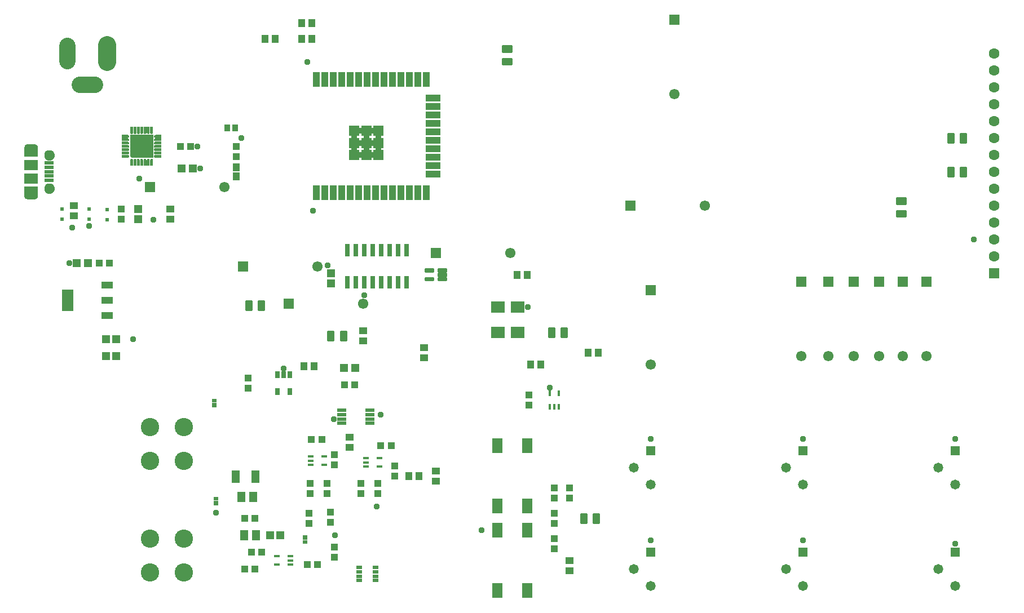
<source format=gbr>
G04 EAGLE Gerber RS-274X export*
G75*
%MOMM*%
%FSLAX34Y34*%
%LPD*%
%INSoldermask Top*%
%IPPOS*%
%AMOC8*
5,1,8,0,0,1.08239X$1,22.5*%
G01*
G04 Define Apertures*
%ADD10R,1.253200X1.583200*%
%ADD11R,1.173200X1.163200*%
%ADD12R,1.303200X1.203200*%
%ADD13R,1.133200X1.093200*%
%ADD14R,1.163200X1.173200*%
%ADD15R,1.093200X1.133200*%
%ADD16R,1.203200X1.223200*%
%ADD17R,0.711200X0.609600*%
%ADD18R,0.711200X0.762000*%
%ADD19R,0.502400X0.604800*%
%ADD20C,2.703200*%
%ADD21C,2.453200*%
%ADD22R,1.601200X1.601200*%
%ADD23C,1.601200*%
%ADD24R,1.173200X1.933200*%
%ADD25R,1.133200X1.073200*%
%ADD26R,1.073200X1.133200*%
%ADD27R,1.133200X1.173200*%
%ADD28R,0.914400X1.041400*%
%ADD29R,1.103200X1.173200*%
%ADD30R,1.471200X1.471200*%
%ADD31C,1.471200*%
%ADD32R,1.603200X2.303200*%
%ADD33R,0.876300X0.457200*%
%ADD34C,0.301600*%
%ADD35R,2.153200X1.753200*%
%ADD36R,1.103200X2.203200*%
%ADD37R,2.203200X1.103200*%
%ADD38R,1.533200X1.533200*%
%ADD39C,0.911200*%
%ADD40R,0.457200X0.876300*%
%ADD41R,0.876300X0.558800*%
%ADD42R,1.409600X0.603200*%
%ADD43R,0.652400X1.005600*%
%ADD44R,1.659600X1.003200*%
%ADD45R,1.659600X3.303200*%
%ADD46R,0.711200X1.879600*%
%ADD47R,1.477000X0.527000*%
%ADD48C,0.788500*%
%ADD49R,2.027000X1.627000*%
%ADD50C,2.753200*%
%ADD51C,0.438047*%
%ADD52R,1.549400X1.549400*%
%ADD53C,1.549400*%
%ADD54R,1.173200X1.103200*%
%ADD55C,0.959600*%
G36*
X213740Y779400D02*
X248540Y779400D01*
X248540Y744600D01*
X216589Y744600D01*
X213740Y747449D01*
X213740Y779400D01*
G37*
G36*
X55224Y686791D02*
X55115Y687898D01*
X55115Y701585D01*
X75485Y701585D01*
X75485Y687898D01*
X75376Y686791D01*
X75052Y685724D01*
X74527Y684741D01*
X73820Y683880D01*
X72959Y683173D01*
X71976Y682648D01*
X70909Y682324D01*
X69802Y682215D01*
X60798Y682215D01*
X59691Y682324D01*
X58624Y682648D01*
X57641Y683173D01*
X56780Y683880D01*
X56073Y684741D01*
X55548Y685724D01*
X55224Y686791D01*
G37*
G36*
X75485Y746215D02*
X55115Y746215D01*
X55115Y759902D01*
X55224Y761009D01*
X55548Y762076D01*
X56073Y763059D01*
X56780Y763920D01*
X57641Y764627D01*
X58624Y765152D01*
X59691Y765476D01*
X60798Y765585D01*
X69802Y765585D01*
X70909Y765476D01*
X71976Y765152D01*
X72959Y764627D01*
X73820Y763920D01*
X74527Y763059D01*
X75052Y762076D01*
X75376Y761009D01*
X75485Y759902D01*
X75485Y746215D01*
G37*
G36*
X212467Y747557D02*
X212540Y747000D01*
X212467Y746443D01*
X212252Y745925D01*
X211911Y745479D01*
X211465Y745138D01*
X210947Y744923D01*
X210393Y744850D01*
X201740Y744850D01*
X201740Y749150D01*
X210393Y749150D01*
X210947Y749077D01*
X211465Y748862D01*
X211911Y748521D01*
X212252Y748075D01*
X212467Y747557D01*
G37*
G36*
X212467Y752557D02*
X212540Y752000D01*
X212467Y751443D01*
X212252Y750925D01*
X211911Y750479D01*
X211465Y750138D01*
X210947Y749923D01*
X210393Y749850D01*
X201740Y749850D01*
X201740Y754150D01*
X210393Y754150D01*
X210947Y754077D01*
X211465Y753862D01*
X211911Y753521D01*
X212252Y753075D01*
X212467Y752557D01*
G37*
G36*
X212467Y757557D02*
X212540Y757000D01*
X212467Y756443D01*
X212252Y755925D01*
X211911Y755479D01*
X211465Y755138D01*
X210947Y754923D01*
X210393Y754850D01*
X201740Y754850D01*
X201740Y759150D01*
X210393Y759150D01*
X210947Y759077D01*
X211465Y758862D01*
X211911Y758521D01*
X212252Y758075D01*
X212467Y757557D01*
G37*
G36*
X212467Y762557D02*
X212540Y762000D01*
X212467Y761443D01*
X212252Y760925D01*
X211911Y760479D01*
X211465Y760138D01*
X210947Y759923D01*
X210393Y759850D01*
X201740Y759850D01*
X201740Y764150D01*
X210393Y764150D01*
X210947Y764077D01*
X211465Y763862D01*
X211911Y763521D01*
X212252Y763075D01*
X212467Y762557D01*
G37*
G36*
X212467Y767557D02*
X212540Y767000D01*
X212467Y766443D01*
X212252Y765925D01*
X211911Y765479D01*
X211465Y765138D01*
X210947Y764923D01*
X210393Y764850D01*
X201740Y764850D01*
X201740Y769150D01*
X210393Y769150D01*
X210947Y769077D01*
X211465Y768862D01*
X211911Y768521D01*
X212252Y768075D01*
X212467Y767557D01*
G37*
G36*
X212467Y772557D02*
X212540Y772000D01*
X212467Y771443D01*
X212252Y770925D01*
X211911Y770479D01*
X211465Y770138D01*
X210947Y769923D01*
X210393Y769850D01*
X201740Y769850D01*
X201740Y774150D01*
X210393Y774150D01*
X210947Y774077D01*
X211465Y773862D01*
X211911Y773521D01*
X212252Y773075D01*
X212467Y772557D01*
G37*
G36*
X212467Y777557D02*
X212540Y777000D01*
X212467Y776443D01*
X212252Y775925D01*
X211911Y775479D01*
X211465Y775138D01*
X210947Y774923D01*
X210393Y774850D01*
X201740Y774850D01*
X201740Y779150D01*
X210393Y779150D01*
X210947Y779077D01*
X211465Y778862D01*
X211911Y778521D01*
X212252Y778075D01*
X212467Y777557D01*
G37*
G36*
X218217Y741807D02*
X218290Y741253D01*
X218290Y732600D01*
X213990Y732600D01*
X213990Y741253D01*
X214063Y741807D01*
X214278Y742325D01*
X214619Y742771D01*
X215065Y743112D01*
X215583Y743327D01*
X216140Y743400D01*
X216697Y743327D01*
X217215Y743112D01*
X217661Y742771D01*
X218002Y742325D01*
X218217Y741807D01*
G37*
G36*
X213990Y791400D02*
X218290Y791400D01*
X218290Y782747D01*
X218217Y782193D01*
X218002Y781675D01*
X217661Y781229D01*
X217215Y780888D01*
X216697Y780673D01*
X216140Y780600D01*
X215583Y780673D01*
X215065Y780888D01*
X214619Y781229D01*
X214278Y781675D01*
X214063Y782193D01*
X213990Y782747D01*
X213990Y791400D01*
G37*
G36*
X223217Y741807D02*
X223290Y741253D01*
X223290Y732600D01*
X218990Y732600D01*
X218990Y741253D01*
X219063Y741807D01*
X219278Y742325D01*
X219619Y742771D01*
X220065Y743112D01*
X220583Y743327D01*
X221140Y743400D01*
X221697Y743327D01*
X222215Y743112D01*
X222661Y742771D01*
X223002Y742325D01*
X223217Y741807D01*
G37*
G36*
X218990Y791400D02*
X223290Y791400D01*
X223290Y782747D01*
X223217Y782193D01*
X223002Y781675D01*
X222661Y781229D01*
X222215Y780888D01*
X221697Y780673D01*
X221140Y780600D01*
X220583Y780673D01*
X220065Y780888D01*
X219619Y781229D01*
X219278Y781675D01*
X219063Y782193D01*
X218990Y782747D01*
X218990Y791400D01*
G37*
G36*
X228217Y741807D02*
X228290Y741253D01*
X228290Y732600D01*
X223990Y732600D01*
X223990Y741253D01*
X224063Y741807D01*
X224278Y742325D01*
X224619Y742771D01*
X225065Y743112D01*
X225583Y743327D01*
X226140Y743400D01*
X226697Y743327D01*
X227215Y743112D01*
X227661Y742771D01*
X228002Y742325D01*
X228217Y741807D01*
G37*
G36*
X223990Y791400D02*
X228290Y791400D01*
X228290Y782747D01*
X228217Y782193D01*
X228002Y781675D01*
X227661Y781229D01*
X227215Y780888D01*
X226697Y780673D01*
X226140Y780600D01*
X225583Y780673D01*
X225065Y780888D01*
X224619Y781229D01*
X224278Y781675D01*
X224063Y782193D01*
X223990Y782747D01*
X223990Y791400D01*
G37*
G36*
X233217Y741807D02*
X233290Y741253D01*
X233290Y732600D01*
X228990Y732600D01*
X228990Y741253D01*
X229063Y741807D01*
X229278Y742325D01*
X229619Y742771D01*
X230065Y743112D01*
X230583Y743327D01*
X231140Y743400D01*
X231697Y743327D01*
X232215Y743112D01*
X232661Y742771D01*
X233002Y742325D01*
X233217Y741807D01*
G37*
G36*
X228990Y791400D02*
X233290Y791400D01*
X233290Y782747D01*
X233217Y782193D01*
X233002Y781675D01*
X232661Y781229D01*
X232215Y780888D01*
X231697Y780673D01*
X231140Y780600D01*
X230583Y780673D01*
X230065Y780888D01*
X229619Y781229D01*
X229278Y781675D01*
X229063Y782193D01*
X228990Y782747D01*
X228990Y791400D01*
G37*
G36*
X238217Y741807D02*
X238290Y741253D01*
X238290Y732600D01*
X233990Y732600D01*
X233990Y741253D01*
X234063Y741807D01*
X234278Y742325D01*
X234619Y742771D01*
X235065Y743112D01*
X235583Y743327D01*
X236140Y743400D01*
X236697Y743327D01*
X237215Y743112D01*
X237661Y742771D01*
X238002Y742325D01*
X238217Y741807D01*
G37*
G36*
X233990Y791400D02*
X238290Y791400D01*
X238290Y782747D01*
X238217Y782193D01*
X238002Y781675D01*
X237661Y781229D01*
X237215Y780888D01*
X236697Y780673D01*
X236140Y780600D01*
X235583Y780673D01*
X235065Y780888D01*
X234619Y781229D01*
X234278Y781675D01*
X234063Y782193D01*
X233990Y782747D01*
X233990Y791400D01*
G37*
G36*
X243217Y741807D02*
X243290Y741253D01*
X243290Y732600D01*
X238990Y732600D01*
X238990Y741253D01*
X239063Y741807D01*
X239278Y742325D01*
X239619Y742771D01*
X240065Y743112D01*
X240583Y743327D01*
X241140Y743400D01*
X241697Y743327D01*
X242215Y743112D01*
X242661Y742771D01*
X243002Y742325D01*
X243217Y741807D01*
G37*
G36*
X238990Y791400D02*
X243290Y791400D01*
X243290Y782747D01*
X243217Y782193D01*
X243002Y781675D01*
X242661Y781229D01*
X242215Y780888D01*
X241697Y780673D01*
X241140Y780600D01*
X240583Y780673D01*
X240065Y780888D01*
X239619Y781229D01*
X239278Y781675D01*
X239063Y782193D01*
X238990Y782747D01*
X238990Y791400D01*
G37*
G36*
X248217Y741807D02*
X248290Y741253D01*
X248290Y732600D01*
X243990Y732600D01*
X243990Y741253D01*
X244063Y741807D01*
X244278Y742325D01*
X244619Y742771D01*
X245065Y743112D01*
X245583Y743327D01*
X246140Y743400D01*
X246697Y743327D01*
X247215Y743112D01*
X247661Y742771D01*
X248002Y742325D01*
X248217Y741807D01*
G37*
G36*
X243990Y791400D02*
X248290Y791400D01*
X248290Y782747D01*
X248217Y782193D01*
X248002Y781675D01*
X247661Y781229D01*
X247215Y780888D01*
X246697Y780673D01*
X246140Y780600D01*
X245583Y780673D01*
X245065Y780888D01*
X244619Y781229D01*
X244278Y781675D01*
X244063Y782193D01*
X243990Y782747D01*
X243990Y791400D01*
G37*
G36*
X251887Y749150D02*
X260540Y749150D01*
X260540Y744850D01*
X251887Y744850D01*
X251333Y744923D01*
X250815Y745138D01*
X250369Y745479D01*
X250028Y745925D01*
X249813Y746443D01*
X249740Y747000D01*
X249813Y747557D01*
X250028Y748075D01*
X250369Y748521D01*
X250815Y748862D01*
X251333Y749077D01*
X251887Y749150D01*
G37*
G36*
X251887Y754150D02*
X260540Y754150D01*
X260540Y749850D01*
X251887Y749850D01*
X251333Y749923D01*
X250815Y750138D01*
X250369Y750479D01*
X250028Y750925D01*
X249813Y751443D01*
X249740Y752000D01*
X249813Y752557D01*
X250028Y753075D01*
X250369Y753521D01*
X250815Y753862D01*
X251333Y754077D01*
X251887Y754150D01*
G37*
G36*
X251887Y759150D02*
X260540Y759150D01*
X260540Y754850D01*
X251887Y754850D01*
X251333Y754923D01*
X250815Y755138D01*
X250369Y755479D01*
X250028Y755925D01*
X249813Y756443D01*
X249740Y757000D01*
X249813Y757557D01*
X250028Y758075D01*
X250369Y758521D01*
X250815Y758862D01*
X251333Y759077D01*
X251887Y759150D01*
G37*
G36*
X251887Y764150D02*
X260540Y764150D01*
X260540Y759850D01*
X251887Y759850D01*
X251333Y759923D01*
X250815Y760138D01*
X250369Y760479D01*
X250028Y760925D01*
X249813Y761443D01*
X249740Y762000D01*
X249813Y762557D01*
X250028Y763075D01*
X250369Y763521D01*
X250815Y763862D01*
X251333Y764077D01*
X251887Y764150D01*
G37*
G36*
X251887Y769150D02*
X260540Y769150D01*
X260540Y764850D01*
X251887Y764850D01*
X251333Y764923D01*
X250815Y765138D01*
X250369Y765479D01*
X250028Y765925D01*
X249813Y766443D01*
X249740Y767000D01*
X249813Y767557D01*
X250028Y768075D01*
X250369Y768521D01*
X250815Y768862D01*
X251333Y769077D01*
X251887Y769150D01*
G37*
G36*
X251887Y774150D02*
X260540Y774150D01*
X260540Y769850D01*
X251887Y769850D01*
X251333Y769923D01*
X250815Y770138D01*
X250369Y770479D01*
X250028Y770925D01*
X249813Y771443D01*
X249740Y772000D01*
X249813Y772557D01*
X250028Y773075D01*
X250369Y773521D01*
X250815Y773862D01*
X251333Y774077D01*
X251887Y774150D01*
G37*
G36*
X251887Y779150D02*
X260540Y779150D01*
X260540Y774850D01*
X251887Y774850D01*
X251333Y774923D01*
X250815Y775138D01*
X250369Y775479D01*
X250028Y775925D01*
X249813Y776443D01*
X249740Y777000D01*
X249813Y777557D01*
X250028Y778075D01*
X250369Y778521D01*
X250815Y778862D01*
X251333Y779077D01*
X251887Y779150D01*
G37*
D10*
X381010Y234950D03*
X398770Y234950D03*
D11*
X515620Y571430D03*
X515620Y556330D03*
D12*
X535060Y429260D03*
X552060Y429260D03*
D11*
X226060Y652850D03*
X226060Y667950D03*
D13*
X200660Y652700D03*
X200660Y668100D03*
X514350Y196770D03*
X514350Y212170D03*
X850900Y233600D03*
X850900Y249000D03*
X850900Y210900D03*
X850900Y195500D03*
D10*
X384820Y177800D03*
X402580Y177800D03*
D14*
X424250Y177800D03*
X439350Y177800D03*
D15*
X479980Y133350D03*
X495380Y133350D03*
D13*
X520700Y160100D03*
X520700Y144700D03*
X812800Y388700D03*
X812800Y373300D03*
D12*
X291220Y728980D03*
X308220Y728980D03*
D16*
X193010Y447040D03*
X177830Y447040D03*
X193010Y472440D03*
X177830Y472440D03*
D17*
X340360Y379603D03*
D18*
X340360Y372999D03*
D17*
X342900Y232283D03*
D18*
X342900Y225679D03*
D17*
X476250Y167767D03*
D18*
X476250Y174371D03*
D12*
X133740Y586740D03*
X150740Y586740D03*
D19*
X111760Y652892D03*
X111760Y667908D03*
X152400Y652892D03*
X152400Y667908D03*
X179070Y651622D03*
X179070Y666638D03*
D20*
X179300Y889200D02*
X179300Y914200D01*
D21*
X119300Y912950D02*
X119300Y890450D01*
X138050Y854700D02*
X160550Y854700D01*
D22*
X1511300Y571500D03*
D23*
X1511300Y596900D03*
X1511300Y622300D03*
X1511300Y647700D03*
X1511300Y673100D03*
X1511300Y698500D03*
X1511300Y723900D03*
X1511300Y749300D03*
X1511300Y774700D03*
X1511300Y800100D03*
X1511300Y825500D03*
X1511300Y850900D03*
X1511300Y876300D03*
X1511300Y901700D03*
D24*
X372550Y265430D03*
X402150Y265430D03*
D25*
X509270Y239850D03*
X509270Y255450D03*
X483870Y239850D03*
X483870Y255450D03*
X520700Y298630D03*
X520700Y283030D03*
D26*
X501830Y321310D03*
X486230Y321310D03*
D25*
X391160Y414200D03*
X391160Y398600D03*
D26*
X535760Y403860D03*
X551360Y403860D03*
X167460Y586740D03*
X183060Y586740D03*
D27*
X373380Y730700D03*
X373380Y717100D03*
D25*
X373380Y761930D03*
X373380Y746830D03*
D28*
X359791Y789940D03*
X371729Y789940D03*
D26*
X385900Y203200D03*
X401500Y203200D03*
X289380Y762000D03*
X304980Y762000D03*
D29*
X471190Y923290D03*
X486390Y923290D03*
X471190Y947420D03*
X486390Y947420D03*
D25*
X482600Y211000D03*
X482600Y195400D03*
D30*
X1224130Y152400D03*
D31*
X1198730Y127000D03*
X1224130Y101600D03*
D30*
X1224130Y304800D03*
D31*
X1198730Y279400D03*
X1224130Y254000D03*
D30*
X1452730Y152400D03*
D31*
X1427330Y127000D03*
X1452730Y101600D03*
D30*
X995530Y152400D03*
D31*
X970130Y127000D03*
X995530Y101600D03*
D30*
X1452730Y304800D03*
D31*
X1427330Y279400D03*
X1452730Y254000D03*
D25*
X873760Y249100D03*
X873760Y233500D03*
D30*
X995530Y304800D03*
D31*
X970130Y279400D03*
X995530Y254000D03*
D25*
X850900Y172900D03*
X850900Y157300D03*
D26*
X401500Y127000D03*
X385900Y127000D03*
X396060Y152400D03*
X411660Y152400D03*
D25*
X560070Y239850D03*
X560070Y255450D03*
X585470Y239850D03*
X585470Y255450D03*
X610870Y266520D03*
X610870Y282120D03*
D26*
X605970Y312420D03*
X590370Y312420D03*
D32*
X809900Y221200D03*
X764900Y221200D03*
X764900Y312200D03*
X809900Y312200D03*
X764900Y185200D03*
X809900Y185200D03*
X809900Y94200D03*
X764900Y94200D03*
D33*
X454596Y133200D03*
X454596Y139700D03*
X454596Y146200D03*
X434404Y146200D03*
X434404Y133200D03*
D34*
X677242Y563968D02*
X688158Y563968D01*
X688158Y560952D01*
X677242Y560952D01*
X677242Y563968D01*
X677242Y563817D02*
X688158Y563817D01*
X688158Y570468D02*
X677242Y570468D01*
X688158Y570468D02*
X688158Y567452D01*
X677242Y567452D01*
X677242Y570468D01*
X677242Y570317D02*
X688158Y570317D01*
X688158Y576968D02*
X677242Y576968D01*
X688158Y576968D02*
X688158Y573952D01*
X677242Y573952D01*
X677242Y576968D01*
X677242Y576817D02*
X688158Y576817D01*
X668958Y576968D02*
X658042Y576968D01*
X668958Y576968D02*
X668958Y573952D01*
X658042Y573952D01*
X658042Y576968D01*
X658042Y576817D02*
X668958Y576817D01*
X668958Y563968D02*
X658042Y563968D01*
X668958Y563968D02*
X668958Y560952D01*
X658042Y560952D01*
X658042Y563968D01*
X658042Y563817D02*
X668958Y563817D01*
D35*
X766400Y482600D03*
X795700Y520700D03*
X766400Y520700D03*
X795700Y482600D03*
D36*
X493500Y692240D03*
X506200Y692240D03*
X518900Y692240D03*
X531600Y692240D03*
X544300Y692240D03*
X557000Y692240D03*
X569700Y692240D03*
X582400Y692240D03*
X595100Y692240D03*
X607800Y692240D03*
X620500Y692240D03*
X633200Y692240D03*
X645900Y692240D03*
X658600Y692240D03*
D37*
X668600Y720090D03*
X668600Y732790D03*
X668600Y745490D03*
X668600Y758190D03*
X668600Y770890D03*
X668600Y783590D03*
X668600Y796290D03*
X668600Y808990D03*
X668600Y821690D03*
X668600Y834390D03*
D36*
X658600Y862240D03*
X645900Y862240D03*
X633200Y862240D03*
X620500Y862240D03*
X607800Y862240D03*
X595100Y862240D03*
X582400Y862240D03*
X569700Y862240D03*
X557000Y862240D03*
X544300Y862240D03*
X531600Y862240D03*
X518900Y862240D03*
X506200Y862240D03*
X493500Y862240D03*
D38*
X550150Y748890D03*
X550150Y767240D03*
X550150Y785590D03*
X568500Y748890D03*
X568500Y767240D03*
X568500Y785590D03*
X586850Y748890D03*
X586850Y767240D03*
X586850Y785590D03*
D39*
X550150Y758065D03*
X550150Y776415D03*
X559325Y748890D03*
X559325Y767240D03*
X559325Y785590D03*
X568500Y758065D03*
X568500Y776415D03*
X577675Y748890D03*
X577675Y767240D03*
X577675Y785590D03*
X586850Y758065D03*
X586850Y776415D03*
D40*
X844400Y370904D03*
X850900Y370904D03*
X857400Y370904D03*
X857400Y391096D03*
X844400Y391096D03*
D41*
X558102Y129130D03*
X558102Y122630D03*
X558102Y116130D03*
X558102Y109630D03*
X582358Y109630D03*
X582358Y116130D03*
X582358Y122630D03*
X582358Y129130D03*
D33*
X567754Y293520D03*
X567754Y287020D03*
X567754Y280520D03*
X587946Y280520D03*
X587946Y293520D03*
X485204Y296060D03*
X485204Y289560D03*
X485204Y283060D03*
X505396Y283060D03*
X505396Y296060D03*
D42*
X531208Y365350D03*
X531208Y358850D03*
X531208Y352350D03*
X531208Y345850D03*
X573692Y345850D03*
X573692Y352350D03*
X573692Y358850D03*
X573692Y365350D03*
D43*
X454000Y418912D03*
X444500Y418912D03*
X435000Y418912D03*
X435000Y393888D03*
X454000Y393888D03*
D44*
X179602Y507860D03*
X179602Y530860D03*
X179602Y553860D03*
D45*
X120118Y530860D03*
D46*
X539750Y557530D03*
X552450Y557530D03*
X565150Y557530D03*
X577850Y557530D03*
X590550Y557530D03*
X603250Y557530D03*
X615950Y557530D03*
X628650Y557530D03*
X628650Y605790D03*
X615950Y605790D03*
X603250Y605790D03*
X590550Y605790D03*
X577850Y605790D03*
X565150Y605790D03*
X552450Y605790D03*
X539750Y605790D03*
D47*
X92050Y736900D03*
X92050Y730400D03*
X92050Y723900D03*
X92050Y717400D03*
X92050Y710900D03*
D48*
X88357Y748900D02*
X88359Y749025D01*
X88365Y749150D01*
X88375Y749275D01*
X88389Y749399D01*
X88407Y749523D01*
X88428Y749646D01*
X88454Y749769D01*
X88483Y749890D01*
X88517Y750011D01*
X88554Y750130D01*
X88595Y750249D01*
X88639Y750365D01*
X88688Y750481D01*
X88740Y750595D01*
X88795Y750707D01*
X88854Y750817D01*
X88917Y750925D01*
X88983Y751032D01*
X89052Y751136D01*
X89125Y751238D01*
X89201Y751337D01*
X89279Y751435D01*
X89361Y751529D01*
X89446Y751621D01*
X89534Y751710D01*
X89625Y751796D01*
X89718Y751880D01*
X89814Y751960D01*
X89912Y752038D01*
X90013Y752112D01*
X90116Y752183D01*
X90221Y752250D01*
X90329Y752315D01*
X90438Y752376D01*
X90549Y752433D01*
X90662Y752487D01*
X90777Y752537D01*
X90893Y752583D01*
X91010Y752626D01*
X91129Y752665D01*
X91249Y752700D01*
X91370Y752732D01*
X91492Y752759D01*
X91615Y752783D01*
X91739Y752803D01*
X91863Y752819D01*
X91988Y752831D01*
X92112Y752839D01*
X92237Y752843D01*
X92363Y752843D01*
X92488Y752839D01*
X92612Y752831D01*
X92737Y752819D01*
X92861Y752803D01*
X92985Y752783D01*
X93108Y752759D01*
X93230Y752732D01*
X93351Y752700D01*
X93471Y752665D01*
X93590Y752626D01*
X93707Y752583D01*
X93823Y752537D01*
X93938Y752487D01*
X94051Y752433D01*
X94162Y752376D01*
X94272Y752315D01*
X94379Y752250D01*
X94484Y752183D01*
X94587Y752112D01*
X94688Y752038D01*
X94786Y751960D01*
X94882Y751880D01*
X94975Y751796D01*
X95066Y751710D01*
X95154Y751621D01*
X95239Y751529D01*
X95321Y751435D01*
X95399Y751337D01*
X95475Y751238D01*
X95548Y751136D01*
X95617Y751032D01*
X95683Y750925D01*
X95746Y750817D01*
X95805Y750707D01*
X95860Y750595D01*
X95912Y750481D01*
X95961Y750365D01*
X96005Y750249D01*
X96046Y750130D01*
X96083Y750011D01*
X96117Y749890D01*
X96146Y749769D01*
X96172Y749646D01*
X96193Y749523D01*
X96211Y749399D01*
X96225Y749275D01*
X96235Y749150D01*
X96241Y749025D01*
X96243Y748900D01*
X96241Y748775D01*
X96235Y748650D01*
X96225Y748525D01*
X96211Y748401D01*
X96193Y748277D01*
X96172Y748154D01*
X96146Y748031D01*
X96117Y747910D01*
X96083Y747789D01*
X96046Y747670D01*
X96005Y747551D01*
X95961Y747435D01*
X95912Y747319D01*
X95860Y747205D01*
X95805Y747093D01*
X95746Y746983D01*
X95683Y746875D01*
X95617Y746768D01*
X95548Y746664D01*
X95475Y746562D01*
X95399Y746463D01*
X95321Y746365D01*
X95239Y746271D01*
X95154Y746179D01*
X95066Y746090D01*
X94975Y746004D01*
X94882Y745920D01*
X94786Y745840D01*
X94688Y745762D01*
X94587Y745688D01*
X94484Y745617D01*
X94379Y745550D01*
X94271Y745485D01*
X94162Y745424D01*
X94051Y745367D01*
X93938Y745313D01*
X93823Y745263D01*
X93707Y745217D01*
X93590Y745174D01*
X93471Y745135D01*
X93351Y745100D01*
X93230Y745068D01*
X93108Y745041D01*
X92985Y745017D01*
X92861Y744997D01*
X92737Y744981D01*
X92612Y744969D01*
X92488Y744961D01*
X92363Y744957D01*
X92237Y744957D01*
X92112Y744961D01*
X91988Y744969D01*
X91863Y744981D01*
X91739Y744997D01*
X91615Y745017D01*
X91492Y745041D01*
X91370Y745068D01*
X91249Y745100D01*
X91129Y745135D01*
X91010Y745174D01*
X90893Y745217D01*
X90777Y745263D01*
X90662Y745313D01*
X90549Y745367D01*
X90438Y745424D01*
X90328Y745485D01*
X90221Y745550D01*
X90116Y745617D01*
X90013Y745688D01*
X89912Y745762D01*
X89814Y745840D01*
X89718Y745920D01*
X89625Y746004D01*
X89534Y746090D01*
X89446Y746179D01*
X89361Y746271D01*
X89279Y746365D01*
X89201Y746463D01*
X89125Y746562D01*
X89052Y746664D01*
X88983Y746768D01*
X88917Y746875D01*
X88854Y746983D01*
X88795Y747093D01*
X88740Y747205D01*
X88688Y747319D01*
X88639Y747435D01*
X88595Y747551D01*
X88554Y747670D01*
X88517Y747789D01*
X88483Y747910D01*
X88454Y748031D01*
X88428Y748154D01*
X88407Y748277D01*
X88389Y748401D01*
X88375Y748525D01*
X88365Y748650D01*
X88359Y748775D01*
X88357Y748900D01*
X88357Y698900D02*
X88359Y699025D01*
X88365Y699150D01*
X88375Y699275D01*
X88389Y699399D01*
X88407Y699523D01*
X88428Y699646D01*
X88454Y699769D01*
X88483Y699890D01*
X88517Y700011D01*
X88554Y700130D01*
X88595Y700249D01*
X88639Y700365D01*
X88688Y700481D01*
X88740Y700595D01*
X88795Y700707D01*
X88854Y700817D01*
X88917Y700925D01*
X88983Y701032D01*
X89052Y701136D01*
X89125Y701238D01*
X89201Y701337D01*
X89279Y701435D01*
X89361Y701529D01*
X89446Y701621D01*
X89534Y701710D01*
X89625Y701796D01*
X89718Y701880D01*
X89814Y701960D01*
X89912Y702038D01*
X90013Y702112D01*
X90116Y702183D01*
X90221Y702250D01*
X90329Y702315D01*
X90438Y702376D01*
X90549Y702433D01*
X90662Y702487D01*
X90777Y702537D01*
X90893Y702583D01*
X91010Y702626D01*
X91129Y702665D01*
X91249Y702700D01*
X91370Y702732D01*
X91492Y702759D01*
X91615Y702783D01*
X91739Y702803D01*
X91863Y702819D01*
X91988Y702831D01*
X92112Y702839D01*
X92237Y702843D01*
X92363Y702843D01*
X92488Y702839D01*
X92612Y702831D01*
X92737Y702819D01*
X92861Y702803D01*
X92985Y702783D01*
X93108Y702759D01*
X93230Y702732D01*
X93351Y702700D01*
X93471Y702665D01*
X93590Y702626D01*
X93707Y702583D01*
X93823Y702537D01*
X93938Y702487D01*
X94051Y702433D01*
X94162Y702376D01*
X94272Y702315D01*
X94379Y702250D01*
X94484Y702183D01*
X94587Y702112D01*
X94688Y702038D01*
X94786Y701960D01*
X94882Y701880D01*
X94975Y701796D01*
X95066Y701710D01*
X95154Y701621D01*
X95239Y701529D01*
X95321Y701435D01*
X95399Y701337D01*
X95475Y701238D01*
X95548Y701136D01*
X95617Y701032D01*
X95683Y700925D01*
X95746Y700817D01*
X95805Y700707D01*
X95860Y700595D01*
X95912Y700481D01*
X95961Y700365D01*
X96005Y700249D01*
X96046Y700130D01*
X96083Y700011D01*
X96117Y699890D01*
X96146Y699769D01*
X96172Y699646D01*
X96193Y699523D01*
X96211Y699399D01*
X96225Y699275D01*
X96235Y699150D01*
X96241Y699025D01*
X96243Y698900D01*
X96241Y698775D01*
X96235Y698650D01*
X96225Y698525D01*
X96211Y698401D01*
X96193Y698277D01*
X96172Y698154D01*
X96146Y698031D01*
X96117Y697910D01*
X96083Y697789D01*
X96046Y697670D01*
X96005Y697551D01*
X95961Y697435D01*
X95912Y697319D01*
X95860Y697205D01*
X95805Y697093D01*
X95746Y696983D01*
X95683Y696875D01*
X95617Y696768D01*
X95548Y696664D01*
X95475Y696562D01*
X95399Y696463D01*
X95321Y696365D01*
X95239Y696271D01*
X95154Y696179D01*
X95066Y696090D01*
X94975Y696004D01*
X94882Y695920D01*
X94786Y695840D01*
X94688Y695762D01*
X94587Y695688D01*
X94484Y695617D01*
X94379Y695550D01*
X94271Y695485D01*
X94162Y695424D01*
X94051Y695367D01*
X93938Y695313D01*
X93823Y695263D01*
X93707Y695217D01*
X93590Y695174D01*
X93471Y695135D01*
X93351Y695100D01*
X93230Y695068D01*
X93108Y695041D01*
X92985Y695017D01*
X92861Y694997D01*
X92737Y694981D01*
X92612Y694969D01*
X92488Y694961D01*
X92363Y694957D01*
X92237Y694957D01*
X92112Y694961D01*
X91988Y694969D01*
X91863Y694981D01*
X91739Y694997D01*
X91615Y695017D01*
X91492Y695041D01*
X91370Y695068D01*
X91249Y695100D01*
X91129Y695135D01*
X91010Y695174D01*
X90893Y695217D01*
X90777Y695263D01*
X90662Y695313D01*
X90549Y695367D01*
X90438Y695424D01*
X90328Y695485D01*
X90221Y695550D01*
X90116Y695617D01*
X90013Y695688D01*
X89912Y695762D01*
X89814Y695840D01*
X89718Y695920D01*
X89625Y696004D01*
X89534Y696090D01*
X89446Y696179D01*
X89361Y696271D01*
X89279Y696365D01*
X89201Y696463D01*
X89125Y696562D01*
X89052Y696664D01*
X88983Y696768D01*
X88917Y696875D01*
X88854Y696983D01*
X88795Y697093D01*
X88740Y697205D01*
X88688Y697319D01*
X88639Y697435D01*
X88595Y697551D01*
X88554Y697670D01*
X88517Y697789D01*
X88483Y697910D01*
X88454Y698031D01*
X88428Y698154D01*
X88407Y698277D01*
X88389Y698401D01*
X88375Y698525D01*
X88365Y698650D01*
X88359Y698775D01*
X88357Y698900D01*
D49*
X65300Y733900D03*
X65300Y713900D03*
D50*
X294640Y172720D03*
X294640Y121920D03*
X243840Y172720D03*
X243840Y121920D03*
X294640Y340360D03*
X294640Y289560D03*
X243840Y340360D03*
X243840Y289560D03*
D51*
X511534Y471794D02*
X518386Y471794D01*
X511534Y471794D02*
X511534Y483246D01*
X518386Y483246D01*
X518386Y471794D01*
X518386Y475955D02*
X511534Y475955D01*
X511534Y480116D02*
X518386Y480116D01*
X530634Y471794D02*
X537486Y471794D01*
X530634Y471794D02*
X530634Y483246D01*
X537486Y483246D01*
X537486Y471794D01*
X537486Y475955D02*
X530634Y475955D01*
X530634Y480116D02*
X537486Y480116D01*
X1461544Y780426D02*
X1468396Y780426D01*
X1468396Y768974D01*
X1461544Y768974D01*
X1461544Y780426D01*
X1461544Y773135D02*
X1468396Y773135D01*
X1468396Y777296D02*
X1461544Y777296D01*
X1449296Y780426D02*
X1442444Y780426D01*
X1449296Y780426D02*
X1449296Y768974D01*
X1442444Y768974D01*
X1442444Y780426D01*
X1442444Y773135D02*
X1449296Y773135D01*
X1449296Y777296D02*
X1442444Y777296D01*
X1442444Y718174D02*
X1449296Y718174D01*
X1442444Y718174D02*
X1442444Y729626D01*
X1449296Y729626D01*
X1449296Y718174D01*
X1449296Y722335D02*
X1442444Y722335D01*
X1442444Y726496D02*
X1449296Y726496D01*
X1461544Y718174D02*
X1468396Y718174D01*
X1461544Y718174D02*
X1461544Y729626D01*
X1468396Y729626D01*
X1468396Y718174D01*
X1468396Y722335D02*
X1461544Y722335D01*
X1461544Y726496D02*
X1468396Y726496D01*
X1377326Y664436D02*
X1377326Y657584D01*
X1365874Y657584D01*
X1365874Y664436D01*
X1377326Y664436D01*
X1377326Y661745D02*
X1365874Y661745D01*
X1377326Y676684D02*
X1377326Y683536D01*
X1377326Y676684D02*
X1365874Y676684D01*
X1365874Y683536D01*
X1377326Y683536D01*
X1377326Y680845D02*
X1365874Y680845D01*
X785506Y886184D02*
X785506Y893036D01*
X785506Y886184D02*
X774054Y886184D01*
X774054Y893036D01*
X785506Y893036D01*
X785506Y890345D02*
X774054Y890345D01*
X785506Y905284D02*
X785506Y912136D01*
X785506Y905284D02*
X774054Y905284D01*
X774054Y912136D01*
X785506Y912136D01*
X785506Y909445D02*
X774054Y909445D01*
D29*
X431780Y923290D03*
X416580Y923290D03*
D52*
X673100Y601980D03*
D53*
X784860Y601980D03*
D52*
X995680Y546100D03*
D53*
X995680Y434340D03*
D54*
X673100Y259100D03*
X673100Y274300D03*
D52*
X1031240Y952500D03*
D53*
X1031240Y840740D03*
D52*
X965200Y673100D03*
D53*
X1076960Y673100D03*
D52*
X1300480Y558800D03*
D53*
X1300480Y447040D03*
D52*
X1221740Y558800D03*
D53*
X1221740Y447040D03*
D52*
X1338580Y558800D03*
D53*
X1338580Y447040D03*
D52*
X1374140Y558800D03*
D53*
X1374140Y447040D03*
D52*
X1262380Y558800D03*
D53*
X1262380Y447040D03*
D54*
X274320Y652800D03*
X274320Y668000D03*
D52*
X243840Y701040D03*
D53*
X355600Y701040D03*
D51*
X891264Y197474D02*
X898116Y197474D01*
X891264Y197474D02*
X891264Y208926D01*
X898116Y208926D01*
X898116Y197474D01*
X898116Y201635D02*
X891264Y201635D01*
X891264Y205796D02*
X898116Y205796D01*
X910364Y197474D02*
X917216Y197474D01*
X910364Y197474D02*
X910364Y208926D01*
X917216Y208926D01*
X917216Y197474D01*
X917216Y201635D02*
X910364Y201635D01*
X910364Y205796D02*
X917216Y205796D01*
X395196Y517514D02*
X388344Y517514D01*
X388344Y528966D01*
X395196Y528966D01*
X395196Y517514D01*
X395196Y521675D02*
X388344Y521675D01*
X388344Y525836D02*
X395196Y525836D01*
X407444Y517514D02*
X414296Y517514D01*
X407444Y517514D02*
X407444Y528966D01*
X414296Y528966D01*
X414296Y517514D01*
X414296Y521675D02*
X407444Y521675D01*
X407444Y525836D02*
X414296Y525836D01*
D52*
X1409700Y558800D03*
D53*
X1409700Y447040D03*
D51*
X849856Y476874D02*
X843004Y476874D01*
X843004Y488326D01*
X849856Y488326D01*
X849856Y476874D01*
X849856Y481035D02*
X843004Y481035D01*
X843004Y485196D02*
X849856Y485196D01*
X862104Y476874D02*
X868956Y476874D01*
X862104Y476874D02*
X862104Y488326D01*
X868956Y488326D01*
X868956Y476874D01*
X868956Y481035D02*
X862104Y481035D01*
X862104Y485196D02*
X868956Y485196D01*
D29*
X815360Y434340D03*
X830560Y434340D03*
D54*
X543560Y309900D03*
X543560Y325100D03*
X655320Y444520D03*
X655320Y459720D03*
D29*
X632480Y266700D03*
X647680Y266700D03*
D54*
X873760Y139680D03*
X873760Y124480D03*
X129540Y657880D03*
X129540Y673080D03*
D29*
X901720Y452120D03*
X916920Y452120D03*
X795040Y568960D03*
X810240Y568960D03*
X475000Y431800D03*
X490200Y431800D03*
D52*
X383540Y581660D03*
D53*
X495300Y581660D03*
D54*
X563880Y469920D03*
X563880Y485120D03*
D52*
X452120Y525653D03*
D53*
X563880Y525653D03*
D55*
X342900Y211586D03*
X844400Y399768D03*
X521213Y177217D03*
X248920Y651792D03*
X519870Y352350D03*
X590110Y358850D03*
X319026Y728980D03*
X122934Y586740D03*
X810756Y520700D03*
X314936Y762000D03*
X444500Y428230D03*
X488176Y665480D03*
X480060Y889000D03*
X152400Y642620D03*
X227612Y713740D03*
X584200Y220980D03*
X1452880Y165100D03*
X1224280Y170180D03*
X995680Y170180D03*
X995680Y322580D03*
X1224280Y322580D03*
X1452880Y322580D03*
X1480820Y622300D03*
X218440Y472440D03*
X381000Y774700D03*
X126519Y639599D03*
X510822Y583212D03*
X741680Y185420D03*
X565424Y538114D03*
M02*

</source>
